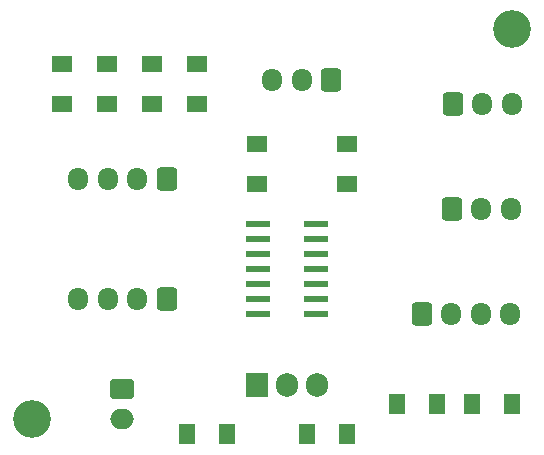
<source format=gbr>
%TF.GenerationSoftware,KiCad,Pcbnew,7.0.9*%
%TF.CreationDate,2024-01-24T09:53:58+01:00*%
%TF.ProjectId,Final_project,46696e61-6c5f-4707-926f-6a6563742e6b,1*%
%TF.SameCoordinates,Original*%
%TF.FileFunction,Soldermask,Top*%
%TF.FilePolarity,Negative*%
%FSLAX46Y46*%
G04 Gerber Fmt 4.6, Leading zero omitted, Abs format (unit mm)*
G04 Created by KiCad (PCBNEW 7.0.9) date 2024-01-24 09:53:58*
%MOMM*%
%LPD*%
G01*
G04 APERTURE LIST*
G04 Aperture macros list*
%AMRoundRect*
0 Rectangle with rounded corners*
0 $1 Rounding radius*
0 $2 $3 $4 $5 $6 $7 $8 $9 X,Y pos of 4 corners*
0 Add a 4 corners polygon primitive as box body*
4,1,4,$2,$3,$4,$5,$6,$7,$8,$9,$2,$3,0*
0 Add four circle primitives for the rounded corners*
1,1,$1+$1,$2,$3*
1,1,$1+$1,$4,$5*
1,1,$1+$1,$6,$7*
1,1,$1+$1,$8,$9*
0 Add four rect primitives between the rounded corners*
20,1,$1+$1,$2,$3,$4,$5,0*
20,1,$1+$1,$4,$5,$6,$7,0*
20,1,$1+$1,$6,$7,$8,$9,0*
20,1,$1+$1,$8,$9,$2,$3,0*%
G04 Aperture macros list end*
%ADD10RoundRect,0.250000X0.600000X0.725000X-0.600000X0.725000X-0.600000X-0.725000X0.600000X-0.725000X0*%
%ADD11O,1.700000X1.950000*%
%ADD12RoundRect,0.250000X-0.750000X0.600000X-0.750000X-0.600000X0.750000X-0.600000X0.750000X0.600000X0*%
%ADD13O,2.000000X1.700000*%
%ADD14R,1.400000X1.700000*%
%ADD15RoundRect,0.250000X-0.600000X-0.725000X0.600000X-0.725000X0.600000X0.725000X-0.600000X0.725000X0*%
%ADD16C,3.200000*%
%ADD17R,1.905000X2.000000*%
%ADD18O,1.905000X2.000000*%
%ADD19R,2.000000X0.600000*%
%ADD20R,1.700000X1.400000*%
G04 APERTURE END LIST*
D10*
%TO.C,J1*%
X93980000Y-127000000D03*
D11*
X91480000Y-127000000D03*
X88980000Y-127000000D03*
X86480000Y-127000000D03*
%TD*%
D12*
%TO.C,J7*%
X90170000Y-134620000D03*
D13*
X90170000Y-137120000D03*
%TD*%
D10*
%TO.C,J3*%
X107910000Y-108475000D03*
D11*
X105410000Y-108475000D03*
X102910000Y-108475000D03*
%TD*%
D14*
%TO.C,C3*%
X109220000Y-138430000D03*
X105820000Y-138430000D03*
%TD*%
D15*
%TO.C,J5*%
X118110000Y-119380000D03*
D11*
X120610000Y-119380000D03*
X123110000Y-119380000D03*
%TD*%
D16*
%TO.C,*%
X82550000Y-137160000D03*
%TD*%
D17*
%TO.C,U2*%
X101600000Y-134295000D03*
D18*
X104140000Y-134295000D03*
X106680000Y-134295000D03*
%TD*%
D14*
%TO.C,R7*%
X113440000Y-135890000D03*
X116840000Y-135890000D03*
%TD*%
D16*
%TO.C,REF\u002A\u002A*%
X123190000Y-104140000D03*
%TD*%
D19*
%TO.C,U1*%
X101665000Y-120650000D03*
X101665000Y-121920000D03*
X101665000Y-123190000D03*
X101665000Y-124460000D03*
X101665000Y-125730000D03*
X101665000Y-127000000D03*
X101665000Y-128270000D03*
X106615000Y-128270000D03*
X106615000Y-127000000D03*
X106615000Y-125730000D03*
X106615000Y-124460000D03*
X106615000Y-123190000D03*
X106615000Y-121920000D03*
X106615000Y-120650000D03*
%TD*%
D20*
%TO.C,R4*%
X92710000Y-107090000D03*
X92710000Y-110490000D03*
%TD*%
%TO.C,R3*%
X88900000Y-107090000D03*
X88900000Y-110490000D03*
%TD*%
D15*
%TO.C,J4*%
X118190000Y-110490000D03*
D11*
X120690000Y-110490000D03*
X123190000Y-110490000D03*
%TD*%
D10*
%TO.C,J2*%
X93980000Y-116840000D03*
D11*
X91480000Y-116840000D03*
X88980000Y-116840000D03*
X86480000Y-116840000D03*
%TD*%
D20*
%TO.C,R5*%
X96520000Y-107090000D03*
X96520000Y-110490000D03*
%TD*%
%TO.C,R2*%
X85090000Y-107090000D03*
X85090000Y-110490000D03*
%TD*%
D14*
%TO.C,R6*%
X123190000Y-135890000D03*
X119790000Y-135890000D03*
%TD*%
D20*
%TO.C,C4*%
X101600000Y-113870000D03*
X101600000Y-117270000D03*
%TD*%
D14*
%TO.C,C2*%
X95660000Y-138430000D03*
X99060000Y-138430000D03*
%TD*%
D20*
%TO.C,R1*%
X109220000Y-117270000D03*
X109220000Y-113870000D03*
%TD*%
D15*
%TO.C,J6*%
X115570000Y-128270000D03*
D11*
X118070000Y-128270000D03*
X120570000Y-128270000D03*
X123070000Y-128270000D03*
%TD*%
M02*

</source>
